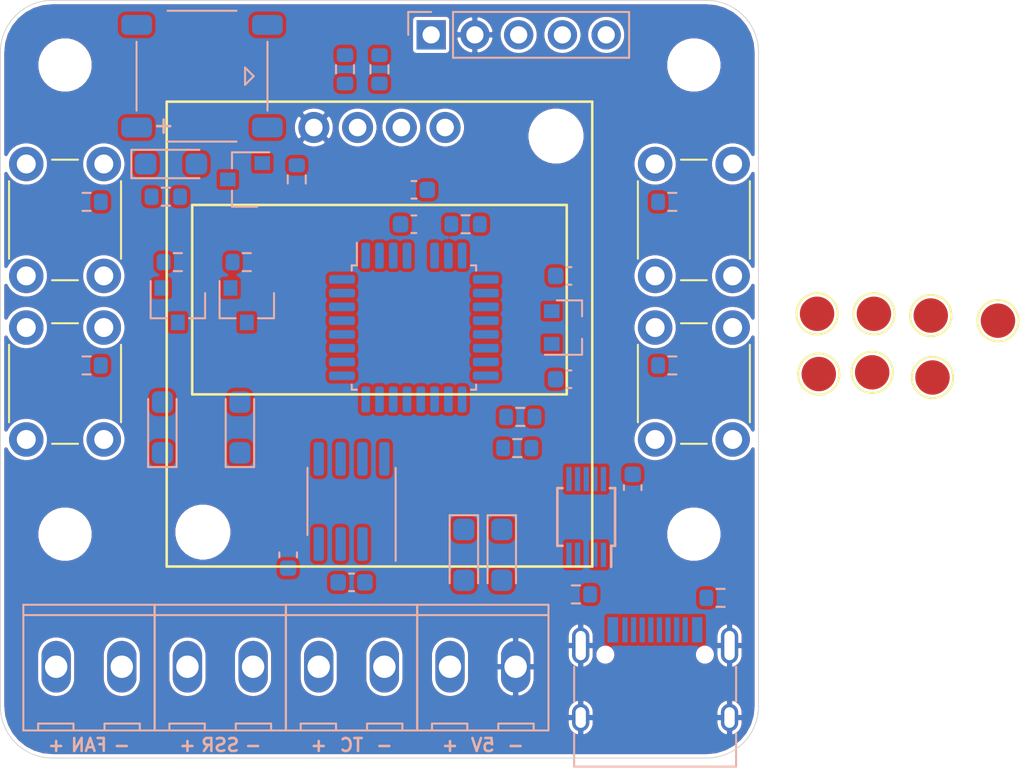
<source format=kicad_pcb>
(kicad_pcb (version 20171130) (host pcbnew 5.1.9)
  (layers (0 F.Cu signal) (31 B.Cu signal) (34 B.Paste user) (35 F.Paste user) (36 B.SilkS user) (37 F.SilkS user) (38 B.Mask user) (39 F.Mask user) (44 Edge.Cuts user))
  (net 0 "")
  (net 1 /BUZZER-)
  (net 2 /BUZZER+)
  (net 3 GND)
  (net 4 /5V)
  (net 5 /3V3)
  (net 6 /T-)
  (net 7 /T+)
  (net 8 /VUSB)
  (net 9 /VIN)
  (net 10 /I2C_SCL)
  (net 11 /I2C_SDA)
  (net 12 /CC1)
  (net 13 /USB_DM)
  (net 14 /USB_DP)
  (net 15 /CC2)
  (net 16 /SWDIO)
  (net 17 /BTN_BACK)
  (net 18 /NRST)
  (net 19 /PWM_BUZZER)
  (net 20 /BTN_UP)
  (net 21 /BTN_DOWN)
  (net 22 /BTN_OK)
  (net 23 /MCU_TXD)
  (net 24 /MCU_RXD)
  (net 25 /SPI_SCK)
  (net 26 /SPI_MISO)
  (net 27 /SPI_CS)
  (net 28 /OUT_SSR-)
  (net 29 /OUT_FAN-)
  (net 30 /OUT_SSR)
  (net 31 /OUT_FAN)
  (module Package_SO:SOIC-8_3.9x4.9mm_P1.27mm (layer B.Cu) (at -1.62 7.1 90)
    (fp_text reference U4 hide)
    (fp_text value MAX31855KASA+T hide)
    (fp_line (start 0 -2.56) (end 1.95 -2.56) (layer B.SilkS) (width 0.12))
    (fp_line (start 0 -2.56) (end -1.95 -2.56) (layer B.SilkS) (width 0.12))
    (fp_line (start 0 2.56) (end 1.95 2.56) (layer B.SilkS) (width 0.12))
    (fp_line (start 0 2.56) (end -3.45 2.56) (layer B.SilkS) (width 0.12))
    (pad 8 smd roundrect (at 2.475 1.905 90) (size 1.95 0.6) (layers B.Cu B.Paste B.Mask))
    (pad 7 smd roundrect (at 2.475 0.635 90) (size 1.95 0.6) (layers B.Cu B.Paste B.Mask) (net 26 /SPI_MISO))
    (pad 6 smd roundrect (at 2.475 -0.635 90) (size 1.95 0.6) (layers B.Cu B.Paste B.Mask) (net 27 /SPI_CS))
    (pad 5 smd roundrect (at 2.475 -1.905 90) (size 1.95 0.6) (layers B.Cu B.Paste B.Mask) (net 25 /SPI_SCK))
    (pad 4 smd roundrect (at -2.475 -1.905 90) (size 1.95 0.6) (layers B.Cu B.Paste B.Mask) (net 5 /3V3))
    (pad 3 smd roundrect (at -2.475 -0.635 90) (size 1.95 0.6) (layers B.Cu B.Paste B.Mask) (net 7 /T+))
    (pad 2 smd roundrect (at -2.475 0.635 90) (size 1.95 0.6) (layers B.Cu B.Paste B.Mask) (net 6 /T-))
    (pad 1 smd roundrect (at -2.475 1.905 90) (size 1.95 0.6) (layers B.Cu B.Paste B.Mask) (net 3 GND))
  )
  (module Package_QFP:LQFP-32_7x7mm_P0.8mm (layer B.Cu) (at 2 -3 270)
    (fp_text reference U3 hide)
    (fp_text value STM32G030K6T6 hide)
    (fp_line (start 3.31 -3.61) (end 3.61 -3.61) (layer B.SilkS) (width 0.12))
    (fp_line (start 3.61 -3.61) (end 3.61 -3.31) (layer B.SilkS) (width 0.12))
    (fp_line (start -3.31 -3.61) (end -3.61 -3.61) (layer B.SilkS) (width 0.12))
    (fp_line (start -3.61 -3.61) (end -3.61 -3.31) (layer B.SilkS) (width 0.12))
    (fp_line (start 3.31 3.61) (end 3.61 3.61) (layer B.SilkS) (width 0.12))
    (fp_line (start 3.61 3.61) (end 3.61 3.31) (layer B.SilkS) (width 0.12))
    (fp_line (start -3.31 3.61) (end -3.61 3.61) (layer B.SilkS) (width 0.12))
    (fp_line (start -3.61 3.61) (end -3.61 3.31) (layer B.SilkS) (width 0.12))
    (fp_line (start -3.61 3.31) (end -4.925 3.31) (layer B.SilkS) (width 0.12))
    (pad 32 smd roundrect (at -2.8 4.175 270) (size 0.5 1.5) (layers B.Cu B.Paste B.Mask))
    (pad 31 smd roundrect (at -2 4.175 270) (size 0.5 1.5) (layers B.Cu B.Paste B.Mask) (net 11 /I2C_SDA))
    (pad 30 smd roundrect (at -1.2 4.175 270) (size 0.5 1.5) (layers B.Cu B.Paste B.Mask) (net 10 /I2C_SCL))
    (pad 29 smd roundrect (at -0.4 4.175 270) (size 0.5 1.5) (layers B.Cu B.Paste B.Mask))
    (pad 28 smd roundrect (at 0.4 4.175 270) (size 0.5 1.5) (layers B.Cu B.Paste B.Mask))
    (pad 27 smd roundrect (at 1.2 4.175 270) (size 0.5 1.5) (layers B.Cu B.Paste B.Mask))
    (pad 26 smd roundrect (at 2 4.175 270) (size 0.5 1.5) (layers B.Cu B.Paste B.Mask))
    (pad 25 smd roundrect (at 2.8 4.175 270) (size 0.5 1.5) (layers B.Cu B.Paste B.Mask) (net 17 /BTN_BACK))
    (pad 24 smd roundrect (at 4.175 2.8 270) (size 1.5 0.5) (layers B.Cu B.Paste B.Mask) (net 16 /SWDIO))
    (pad 23 smd roundrect (at 4.175 2 270) (size 1.5 0.5) (layers B.Cu B.Paste B.Mask) (net 31 /OUT_FAN))
    (pad 22 smd roundrect (at 4.175 1.2 270) (size 1.5 0.5) (layers B.Cu B.Paste B.Mask) (net 30 /OUT_SSR))
    (pad 21 smd roundrect (at 4.175 0.4 270) (size 1.5 0.5) (layers B.Cu B.Paste B.Mask) (net 24 /MCU_RXD))
    (pad 20 smd roundrect (at 4.175 -0.4 270) (size 1.5 0.5) (layers B.Cu B.Paste B.Mask))
    (pad 19 smd roundrect (at 4.175 -1.2 270) (size 1.5 0.5) (layers B.Cu B.Paste B.Mask) (net 23 /MCU_TXD))
    (pad 18 smd roundrect (at 4.175 -2 270) (size 1.5 0.5) (layers B.Cu B.Paste B.Mask) (net 19 /PWM_BUZZER))
    (pad 17 smd roundrect (at 4.175 -2.8 270) (size 1.5 0.5) (layers B.Cu B.Paste B.Mask))
    (pad 16 smd roundrect (at 2.8 -4.175 270) (size 0.5 1.5) (layers B.Cu B.Paste B.Mask))
    (pad 15 smd roundrect (at 2 -4.175 270) (size 0.5 1.5) (layers B.Cu B.Paste B.Mask))
    (pad 14 smd roundrect (at 1.2 -4.175 270) (size 0.5 1.5) (layers B.Cu B.Paste B.Mask) (net 22 /BTN_OK))
    (pad 13 smd roundrect (at 0.4 -4.175 270) (size 0.5 1.5) (layers B.Cu B.Paste B.Mask) (net 26 /SPI_MISO))
    (pad 12 smd roundrect (at -0.4 -4.175 270) (size 0.5 1.5) (layers B.Cu B.Paste B.Mask) (net 25 /SPI_SCK))
    (pad 11 smd roundrect (at -1.2 -4.175 270) (size 0.5 1.5) (layers B.Cu B.Paste B.Mask) (net 27 /SPI_CS))
    (pad 10 smd roundrect (at -2 -4.175 270) (size 0.5 1.5) (layers B.Cu B.Paste B.Mask) (net 5 /3V3))
    (pad 9 smd roundrect (at -2.8 -4.175 270) (size 0.5 1.5) (layers B.Cu B.Paste B.Mask))
    (pad 8 smd roundrect (at -4.175 -2.8 270) (size 1.5 0.5) (layers B.Cu B.Paste B.Mask) (net 20 /BTN_UP))
    (pad 7 smd roundrect (at -4.175 -2 270) (size 1.5 0.5) (layers B.Cu B.Paste B.Mask) (net 21 /BTN_DOWN))
    (pad 6 smd roundrect (at -4.175 -1.2 270) (size 1.5 0.5) (layers B.Cu B.Paste B.Mask) (net 18 /NRST))
    (pad 5 smd roundrect (at -4.175 -0.4 270) (size 1.5 0.5) (layers B.Cu B.Paste B.Mask) (net 3 GND))
    (pad 4 smd roundrect (at -4.175 0.4 270) (size 1.5 0.5) (layers B.Cu B.Paste B.Mask) (net 5 /3V3))
    (pad 3 smd roundrect (at -4.175 1.2 270) (size 1.5 0.5) (layers B.Cu B.Paste B.Mask))
    (pad 2 smd roundrect (at -4.175 2 270) (size 1.5 0.5) (layers B.Cu B.Paste B.Mask))
    (pad 1 smd roundrect (at -4.175 2.8 270) (size 1.5 0.5) (layers B.Cu B.Paste B.Mask))
  )
  (module Package_SO:MSOP-10_3x3mm_P0.5mm (layer B.Cu) (at 12 8 90)
    (fp_text reference U2 hide)
    (fp_text value CH340E hide)
    (fp_line (start -1.675 1.675) (end -1.675 1.45) (layer B.SilkS) (width 0.15))
    (fp_line (start 1.675 1.675) (end 1.675 1.375) (layer B.SilkS) (width 0.15))
    (fp_line (start 1.675 -1.675) (end 1.675 -1.375) (layer B.SilkS) (width 0.15))
    (fp_line (start -1.675 -1.675) (end -1.675 -1.375) (layer B.SilkS) (width 0.15))
    (fp_line (start -1.675 1.675) (end 1.675 1.675) (layer B.SilkS) (width 0.15))
    (fp_line (start -1.675 -1.675) (end 1.675 -1.675) (layer B.SilkS) (width 0.15))
    (fp_line (start -1.675 1.45) (end -2.9 1.45) (layer B.SilkS) (width 0.15))
    (pad 10 smd rect (at 2.2 1 90) (size 1.4 0.3) (layers B.Cu B.Paste B.Mask) (net 5 /3V3))
    (pad 9 smd rect (at 2.2 0.5 90) (size 1.4 0.3) (layers B.Cu B.Paste B.Mask) (net 23 /MCU_TXD))
    (pad 8 smd rect (at 2.2 0 90) (size 1.4 0.3) (layers B.Cu B.Paste B.Mask) (net 24 /MCU_RXD))
    (pad 7 smd rect (at 2.2 -0.5 90) (size 1.4 0.3) (layers B.Cu B.Paste B.Mask) (net 5 /3V3))
    (pad 6 smd rect (at 2.2 -1 90) (size 1.4 0.3) (layers B.Cu B.Paste B.Mask))
    (pad 5 smd rect (at -2.2 -1 90) (size 1.4 0.3) (layers B.Cu B.Paste B.Mask))
    (pad 4 smd rect (at -2.2 -0.5 90) (size 1.4 0.3) (layers B.Cu B.Paste B.Mask))
    (pad 3 smd rect (at -2.2 0 90) (size 1.4 0.3) (layers B.Cu B.Paste B.Mask) (net 3 GND))
    (pad 2 smd rect (at -2.2 0.5 90) (size 1.4 0.3) (layers B.Cu B.Paste B.Mask) (net 13 /USB_DM))
    (pad 1 smd rect (at -2.2 1 90) (size 1.4 0.3) (layers B.Cu B.Paste B.Mask) (net 14 /USB_DP))
  )
  (module Package_TO_SOT_SMD:SOT-23 (layer B.Cu) (at 11 -3)
    (fp_text reference U1 hide)
    (fp_text value AP7333-33SAG-7 hide)
    (fp_line (start 0.76 -1.58) (end 0.76 -0.65) (layer B.SilkS) (width 0.12))
    (fp_line (start 0.76 1.58) (end 0.76 0.65) (layer B.SilkS) (width 0.12))
    (fp_line (start 0.76 1.58) (end -1.4 1.58) (layer B.SilkS) (width 0.12))
    (fp_line (start 0.76 -1.58) (end -0.7 -1.58) (layer B.SilkS) (width 0.12))
    (pad 3 smd rect (at 1 0) (size 0.9 0.8) (layers B.Cu B.Paste B.Mask) (net 3 GND))
    (pad 2 smd rect (at -1 -0.95) (size 0.9 0.8) (layers B.Cu B.Paste B.Mask) (net 5 /3V3))
    (pad 1 smd rect (at -1 0.95) (size 0.9 0.8) (layers B.Cu B.Paste B.Mask) (net 4 /5V))
  )
  (module TestPoint:TestPoint_Pad_D2.0mm (layer F.Cu) (at 32.1 -0.1)
    (fp_text reference TP7 hide)
    (fp_text value SDA hide)
    (fp_circle (center 0 0) (end 0 1.2) (layer F.SilkS) (width 0.12))
    (pad 1 smd circle (at 0 0) (size 2 2) (layers F.Cu F.Mask) (net 11 /I2C_SDA))
  )
  (module TestPoint:TestPoint_Pad_D2.0mm (layer F.Cu) (at 32 -3.7)
    (fp_text reference TP6 hide)
    (fp_text value SCL hide)
    (fp_circle (center 0 0) (end 0 1.2) (layer F.SilkS) (width 0.12))
    (pad 1 smd circle (at 0 0) (size 2 2) (layers F.Cu F.Mask) (net 10 /I2C_SCL))
  )
  (module TestPoint:TestPoint_Pad_D2.0mm (layer F.Cu) (at 28.7 -3.8)
    (fp_text reference TP5 hide)
    (fp_text value MISO hide)
    (fp_circle (center 0 0) (end 0 1.2) (layer F.SilkS) (width 0.12))
    (pad 1 smd circle (at 0 0) (size 2 2) (layers F.Cu F.Mask) (net 26 /SPI_MISO))
  )
  (module TestPoint:TestPoint_Pad_D2.0mm (layer F.Cu) (at 25.4 -3.8)
    (fp_text reference TP4 hide)
    (fp_text value SCK hide)
    (fp_circle (center 0 0) (end 0 1.2) (layer F.SilkS) (width 0.12))
    (pad 1 smd circle (at 0 0) (size 2 2) (layers F.Cu F.Mask) (net 25 /SPI_SCK))
  )
  (module TestPoint:TestPoint_Pad_D2.0mm (layer F.Cu) (at 28.6 -0.4)
    (fp_text reference TP3 hide)
    (fp_text value RXD hide)
    (fp_circle (center 0 0) (end 0 1.2) (layer F.SilkS) (width 0.12))
    (pad 1 smd circle (at 0 0) (size 2 2) (layers F.Cu F.Mask) (net 24 /MCU_RXD))
  )
  (module TestPoint:TestPoint_Pad_D2.0mm (layer F.Cu) (at 35.9 -3.4)
    (fp_text reference TP2 hide)
    (fp_text value TXD hide)
    (fp_circle (center 0 0) (end 0 1.2) (layer F.SilkS) (width 0.12))
    (pad 1 smd circle (at 0 0) (size 2 2) (layers F.Cu F.Mask) (net 23 /MCU_TXD))
  )
  (module TestPoint:TestPoint_Pad_D2.0mm (layer F.Cu) (at 25.5 -0.3)
    (fp_text reference TP1 hide)
    (fp_text value 3V3 hide)
    (fp_circle (center 0 0) (end 0 1.2) (layer F.SilkS) (width 0.12))
    (pad 1 smd circle (at 0 0) (size 2 2) (layers F.Cu F.Mask) (net 5 /3V3))
  )
  (module Button_Switch_THT:SW_PUSH_6mm_H9.5mm (layer F.Cu) (at 16 3.5 90)
    (fp_text reference SW4 hide)
    (fp_text value BACK hide)
    (fp_line (start 1 5.5) (end 5.5 5.5) (layer F.SilkS) (width 0.12))
    (fp_line (start -0.25 1.5) (end -0.25 3) (layer F.SilkS) (width 0.12))
    (fp_line (start 5.5 -1) (end 1 -1) (layer F.SilkS) (width 0.12))
    (fp_line (start 6.75 3) (end 6.75 1.5) (layer F.SilkS) (width 0.12))
    (pad 1 thru_hole circle (at 6.5 0 180) (size 2 2) (drill 1.1) (layers *.Cu *.Mask) (net 17 /BTN_BACK))
    (pad 2 thru_hole circle (at 6.5 4.5 180) (size 2 2) (drill 1.1) (layers *.Cu *.Mask) (net 5 /3V3))
    (pad 1 thru_hole circle (at 0 0 180) (size 2 2) (drill 1.1) (layers *.Cu *.Mask) (net 17 /BTN_BACK))
    (pad 2 thru_hole circle (at 0 4.5 180) (size 2 2) (drill 1.1) (layers *.Cu *.Mask) (net 5 /3V3))
  )
  (module Button_Switch_THT:SW_PUSH_6mm_H9.5mm (layer F.Cu) (at 16 -6 90)
    (fp_text reference SW3 hide)
    (fp_text value OK hide)
    (fp_line (start 1 5.5) (end 5.5 5.5) (layer F.SilkS) (width 0.12))
    (fp_line (start -0.25 1.5) (end -0.25 3) (layer F.SilkS) (width 0.12))
    (fp_line (start 5.5 -1) (end 1 -1) (layer F.SilkS) (width 0.12))
    (fp_line (start 6.75 3) (end 6.75 1.5) (layer F.SilkS) (width 0.12))
    (pad 1 thru_hole circle (at 6.5 0 180) (size 2 2) (drill 1.1) (layers *.Cu *.Mask) (net 22 /BTN_OK))
    (pad 2 thru_hole circle (at 6.5 4.5 180) (size 2 2) (drill 1.1) (layers *.Cu *.Mask) (net 5 /3V3))
    (pad 1 thru_hole circle (at 0 0 180) (size 2 2) (drill 1.1) (layers *.Cu *.Mask) (net 22 /BTN_OK))
    (pad 2 thru_hole circle (at 0 4.5 180) (size 2 2) (drill 1.1) (layers *.Cu *.Mask) (net 5 /3V3))
  )
  (module Button_Switch_THT:SW_PUSH_6mm_H9.5mm (layer F.Cu) (at -16 -3 270)
    (fp_text reference SW2 hide)
    (fp_text value DOWN hide)
    (fp_line (start 1 5.5) (end 5.5 5.5) (layer F.SilkS) (width 0.12))
    (fp_line (start -0.25 1.5) (end -0.25 3) (layer F.SilkS) (width 0.12))
    (fp_line (start 5.5 -1) (end 1 -1) (layer F.SilkS) (width 0.12))
    (fp_line (start 6.75 3) (end 6.75 1.5) (layer F.SilkS) (width 0.12))
    (pad 1 thru_hole circle (at 6.5 0) (size 2 2) (drill 1.1) (layers *.Cu *.Mask) (net 21 /BTN_DOWN))
    (pad 2 thru_hole circle (at 6.5 4.5) (size 2 2) (drill 1.1) (layers *.Cu *.Mask) (net 5 /3V3))
    (pad 1 thru_hole circle (at 0 0) (size 2 2) (drill 1.1) (layers *.Cu *.Mask) (net 21 /BTN_DOWN))
    (pad 2 thru_hole circle (at 0 4.5) (size 2 2) (drill 1.1) (layers *.Cu *.Mask) (net 5 /3V3))
  )
  (module Button_Switch_THT:SW_PUSH_6mm_H9.5mm (layer F.Cu) (at -16 -12.5 270)
    (fp_text reference SW1 hide)
    (fp_text value UP hide)
    (fp_line (start 1 5.5) (end 5.5 5.5) (layer F.SilkS) (width 0.12))
    (fp_line (start -0.25 1.5) (end -0.25 3) (layer F.SilkS) (width 0.12))
    (fp_line (start 5.5 -1) (end 1 -1) (layer F.SilkS) (width 0.12))
    (fp_line (start 6.75 3) (end 6.75 1.5) (layer F.SilkS) (width 0.12))
    (pad 1 thru_hole circle (at 6.5 0) (size 2 2) (drill 1.1) (layers *.Cu *.Mask) (net 20 /BTN_UP))
    (pad 2 thru_hole circle (at 6.5 4.5) (size 2 2) (drill 1.1) (layers *.Cu *.Mask) (net 5 /3V3))
    (pad 1 thru_hole circle (at 0 0) (size 2 2) (drill 1.1) (layers *.Cu *.Mask) (net 20 /BTN_UP))
    (pad 2 thru_hole circle (at 0 4.5) (size 2 2) (drill 1.1) (layers *.Cu *.Mask) (net 5 /3V3))
  )
  (module Resistor_SMD:R_0603_1608Metric (layer B.Cu) (at -12.4 -10.6 180)
    (fp_text reference R15 hide)
    (fp_text value 100 hide)
    (fp_line (start -0.237258 0.5225) (end 0.237258 0.5225) (layer B.SilkS) (width 0.12))
    (fp_line (start -0.237258 -0.5225) (end 0.237258 -0.5225) (layer B.SilkS) (width 0.12))
    (pad 2 smd roundrect (at 0.825 0 180) (size 0.8 0.95) (layers B.Cu B.Paste B.Mask) (net 2 /BUZZER+))
    (pad 1 smd roundrect (at -0.825 0 180) (size 0.8 0.95) (layers B.Cu B.Paste B.Mask) (net 4 /5V))
  )
  (module Resistor_SMD:R_0603_1608Metric (layer B.Cu) (at -4.8 -11.6 270)
    (fp_text reference R14 hide)
    (fp_text value 5K1 hide)
    (fp_line (start -0.237258 0.5225) (end 0.237258 0.5225) (layer B.SilkS) (width 0.12))
    (fp_line (start -0.237258 -0.5225) (end 0.237258 -0.5225) (layer B.SilkS) (width 0.12))
    (pad 2 smd roundrect (at 0.825 0 270) (size 0.8 0.95) (layers B.Cu B.Paste B.Mask) (net 3 GND))
    (pad 1 smd roundrect (at -0.825 0 270) (size 0.8 0.95) (layers B.Cu B.Paste B.Mask) (net 19 /PWM_BUZZER))
  )
  (module Resistor_SMD:R_0603_1608Metric (layer B.Cu) (at -11.7 -6.8)
    (fp_text reference R13 hide)
    (fp_text value 5K1 hide)
    (fp_line (start -0.237258 0.5225) (end 0.237258 0.5225) (layer B.SilkS) (width 0.12))
    (fp_line (start -0.237258 -0.5225) (end 0.237258 -0.5225) (layer B.SilkS) (width 0.12))
    (pad 2 smd roundrect (at 0.825 0) (size 0.8 0.95) (layers B.Cu B.Paste B.Mask) (net 3 GND))
    (pad 1 smd roundrect (at -0.825 0) (size 0.8 0.95) (layers B.Cu B.Paste B.Mask) (net 31 /OUT_FAN))
  )
  (module Resistor_SMD:R_0603_1608Metric (layer B.Cu) (at -7.7 -6.8)
    (fp_text reference R12 hide)
    (fp_text value 5K1 hide)
    (fp_line (start -0.237258 0.5225) (end 0.237258 0.5225) (layer B.SilkS) (width 0.12))
    (fp_line (start -0.237258 -0.5225) (end 0.237258 -0.5225) (layer B.SilkS) (width 0.12))
    (pad 2 smd roundrect (at 0.825 0) (size 0.8 0.95) (layers B.Cu B.Paste B.Mask) (net 3 GND))
    (pad 1 smd roundrect (at -0.825 0) (size 0.8 0.95) (layers B.Cu B.Paste B.Mask) (net 30 /OUT_SSR))
  )
  (module Resistor_SMD:R_0603_1608Metric (layer B.Cu) (at 8 4)
    (fp_text reference R11 hide)
    (fp_text value DNP hide)
    (fp_line (start -0.237258 0.5225) (end 0.237258 0.5225) (layer B.SilkS) (width 0.12))
    (fp_line (start -0.237258 -0.5225) (end 0.237258 -0.5225) (layer B.SilkS) (width 0.12))
    (pad 2 smd roundrect (at 0.825 0) (size 0.8 0.95) (layers B.Cu B.Paste B.Mask) (net 24 /MCU_RXD))
    (pad 1 smd roundrect (at -0.825 0) (size 0.8 0.95) (layers B.Cu B.Paste B.Mask) (net 5 /3V3))
  )
  (module Resistor_SMD:R_0603_1608Metric (layer B.Cu) (at 8.175 2.19)
    (fp_text reference R10 hide)
    (fp_text value DNP hide)
    (fp_line (start -0.237258 0.5225) (end 0.237258 0.5225) (layer B.SilkS) (width 0.12))
    (fp_line (start -0.237258 -0.5225) (end 0.237258 -0.5225) (layer B.SilkS) (width 0.12))
    (pad 2 smd roundrect (at 0.825 0) (size 0.8 0.95) (layers B.Cu B.Paste B.Mask) (net 23 /MCU_TXD))
    (pad 1 smd roundrect (at -0.825 0) (size 0.8 0.95) (layers B.Cu B.Paste B.Mask) (net 5 /3V3))
  )
  (module Resistor_SMD:R_0603_1608Metric (layer B.Cu) (at 5 -9)
    (fp_text reference R9 hide)
    (fp_text value 5K1 hide)
    (fp_line (start -0.237258 0.5225) (end 0.237258 0.5225) (layer B.SilkS) (width 0.12))
    (fp_line (start -0.237258 -0.5225) (end 0.237258 -0.5225) (layer B.SilkS) (width 0.12))
    (pad 2 smd roundrect (at 0.825 0) (size 0.8 0.95) (layers B.Cu B.Paste B.Mask) (net 5 /3V3))
    (pad 1 smd roundrect (at -0.825 0) (size 0.8 0.95) (layers B.Cu B.Paste B.Mask) (net 18 /NRST))
  )
  (module Resistor_SMD:R_0603_1608Metric (layer B.Cu) (at 17 -0.8)
    (fp_text reference R8 hide)
    (fp_text value 5K1 hide)
    (fp_line (start -0.237258 0.5225) (end 0.237258 0.5225) (layer B.SilkS) (width 0.12))
    (fp_line (start -0.237258 -0.5225) (end 0.237258 -0.5225) (layer B.SilkS) (width 0.12))
    (pad 2 smd roundrect (at 0.825 0) (size 0.8 0.95) (layers B.Cu B.Paste B.Mask) (net 3 GND))
    (pad 1 smd roundrect (at -0.825 0) (size 0.8 0.95) (layers B.Cu B.Paste B.Mask) (net 17 /BTN_BACK))
  )
  (module Resistor_SMD:R_0603_1608Metric (layer B.Cu) (at 19.8 12.7)
    (fp_text reference R7 hide)
    (fp_text value 5K1 hide)
    (fp_line (start -0.237258 0.5225) (end 0.237258 0.5225) (layer B.SilkS) (width 0.12))
    (fp_line (start -0.237258 -0.5225) (end 0.237258 -0.5225) (layer B.SilkS) (width 0.12))
    (pad 2 smd roundrect (at 0.825 0) (size 0.8 0.95) (layers B.Cu B.Paste B.Mask) (net 3 GND))
    (pad 1 smd roundrect (at -0.825 0) (size 0.8 0.95) (layers B.Cu B.Paste B.Mask) (net 12 /CC1))
  )
  (module Resistor_SMD:R_0603_1608Metric (layer B.Cu) (at 0 -18 270)
    (fp_text reference R6 hide)
    (fp_text value DNP hide)
    (fp_line (start -0.237258 0.5225) (end 0.237258 0.5225) (layer B.SilkS) (width 0.12))
    (fp_line (start -0.237258 -0.5225) (end 0.237258 -0.5225) (layer B.SilkS) (width 0.12))
    (pad 2 smd roundrect (at 0.825 0 270) (size 0.8 0.95) (layers B.Cu B.Paste B.Mask) (net 11 /I2C_SDA))
    (pad 1 smd roundrect (at -0.825 0 270) (size 0.8 0.95) (layers B.Cu B.Paste B.Mask) (net 5 /3V3))
  )
  (module Resistor_SMD:R_0603_1608Metric (layer B.Cu) (at 11.4 12.5 180)
    (fp_text reference R5 hide)
    (fp_text value 5K1 hide)
    (fp_line (start -0.237258 0.5225) (end 0.237258 0.5225) (layer B.SilkS) (width 0.12))
    (fp_line (start -0.237258 -0.5225) (end 0.237258 -0.5225) (layer B.SilkS) (width 0.12))
    (pad 2 smd roundrect (at 0.825 0 180) (size 0.8 0.95) (layers B.Cu B.Paste B.Mask) (net 3 GND))
    (pad 1 smd roundrect (at -0.825 0 180) (size 0.8 0.95) (layers B.Cu B.Paste B.Mask) (net 15 /CC2))
  )
  (module Resistor_SMD:R_0603_1608Metric (layer B.Cu) (at 17 -10.3)
    (fp_text reference R4 hide)
    (fp_text value 5K1 hide)
    (fp_line (start -0.237258 0.5225) (end 0.237258 0.5225) (layer B.SilkS) (width 0.12))
    (fp_line (start -0.237258 -0.5225) (end 0.237258 -0.5225) (layer B.SilkS) (width 0.12))
    (pad 2 smd roundrect (at 0.825 0) (size 0.8 0.95) (layers B.Cu B.Paste B.Mask) (net 3 GND))
    (pad 1 smd roundrect (at -0.825 0) (size 0.8 0.95) (layers B.Cu B.Paste B.Mask) (net 22 /BTN_OK))
  )
  (module Resistor_SMD:R_0603_1608Metric (layer B.Cu) (at -2 -18 270)
    (fp_text reference R3 hide)
    (fp_text value DNP hide)
    (fp_line (start -0.237258 0.5225) (end 0.237258 0.5225) (layer B.SilkS) (width 0.12))
    (fp_line (start -0.237258 -0.5225) (end 0.237258 -0.5225) (layer B.SilkS) (width 0.12))
    (pad 2 smd roundrect (at 0.825 0 270) (size 0.8 0.95) (layers B.Cu B.Paste B.Mask) (net 10 /I2C_SCL))
    (pad 1 smd roundrect (at -0.825 0 270) (size 0.8 0.95) (layers B.Cu B.Paste B.Mask) (net 5 /3V3))
  )
  (module Resistor_SMD:R_0603_1608Metric (layer B.Cu) (at -17 -0.8 180)
    (fp_text reference R2 hide)
    (fp_text value 5K1 hide)
    (fp_line (start -0.237258 0.5225) (end 0.237258 0.5225) (layer B.SilkS) (width 0.12))
    (fp_line (start -0.237258 -0.5225) (end 0.237258 -0.5225) (layer B.SilkS) (width 0.12))
    (pad 2 smd roundrect (at 0.825 0 180) (size 0.8 0.95) (layers B.Cu B.Paste B.Mask) (net 3 GND))
    (pad 1 smd roundrect (at -0.825 0 180) (size 0.8 0.95) (layers B.Cu B.Paste B.Mask) (net 21 /BTN_DOWN))
  )
  (module Resistor_SMD:R_0603_1608Metric (layer B.Cu) (at -17 -10.3 180)
    (fp_text reference R1 hide)
    (fp_text value 5K1 hide)
    (fp_line (start -0.237258 0.5225) (end 0.237258 0.5225) (layer B.SilkS) (width 0.12))
    (fp_line (start -0.237258 -0.5225) (end 0.237258 -0.5225) (layer B.SilkS) (width 0.12))
    (pad 2 smd roundrect (at 0.825 0 180) (size 0.8 0.95) (layers B.Cu B.Paste B.Mask) (net 3 GND))
    (pad 1 smd roundrect (at -0.825 0 180) (size 0.8 0.95) (layers B.Cu B.Paste B.Mask) (net 20 /BTN_UP))
  )
  (module Package_TO_SOT_SMD:SOT-23 (layer B.Cu) (at -7.8 -11.6 180)
    (fp_text reference Q3 hide)
    (fp_text value BSS138P hide)
    (fp_line (start 0.76 -1.58) (end 0.76 -0.65) (layer B.SilkS) (width 0.12))
    (fp_line (start 0.76 1.58) (end 0.76 0.65) (layer B.SilkS) (width 0.12))
    (fp_line (start 0.76 1.58) (end -1.4 1.58) (layer B.SilkS) (width 0.12))
    (fp_line (start 0.76 -1.58) (end -0.7 -1.58) (layer B.SilkS) (width 0.12))
    (pad 3 smd rect (at 1 0 180) (size 0.9 0.8) (layers B.Cu B.Paste B.Mask) (net 1 /BUZZER-))
    (pad 2 smd rect (at -1 -0.95 180) (size 0.9 0.8) (layers B.Cu B.Paste B.Mask) (net 3 GND))
    (pad 1 smd rect (at -1 0.95 180) (size 0.9 0.8) (layers B.Cu B.Paste B.Mask) (net 19 /PWM_BUZZER))
  )
  (module Package_TO_SOT_SMD:SOT-23 (layer B.Cu) (at -11.7 -4.3 270)
    (fp_text reference Q2 hide)
    (fp_text value BSS138P hide)
    (fp_line (start 0.76 -1.58) (end 0.76 -0.65) (layer B.SilkS) (width 0.12))
    (fp_line (start 0.76 1.58) (end 0.76 0.65) (layer B.SilkS) (width 0.12))
    (fp_line (start 0.76 1.58) (end -1.4 1.58) (layer B.SilkS) (width 0.12))
    (fp_line (start 0.76 -1.58) (end -0.7 -1.58) (layer B.SilkS) (width 0.12))
    (pad 3 smd rect (at 1 0 270) (size 0.9 0.8) (layers B.Cu B.Paste B.Mask) (net 29 /OUT_FAN-))
    (pad 2 smd rect (at -1 -0.95 270) (size 0.9 0.8) (layers B.Cu B.Paste B.Mask) (net 3 GND))
    (pad 1 smd rect (at -1 0.95 270) (size 0.9 0.8) (layers B.Cu B.Paste B.Mask) (net 31 /OUT_FAN))
  )
  (module Package_TO_SOT_SMD:SOT-23 (layer B.Cu) (at -7.7 -4.3 270)
    (fp_text reference Q1 hide)
    (fp_text value BSS138P hide)
    (fp_line (start 0.76 -1.58) (end 0.76 -0.65) (layer B.SilkS) (width 0.12))
    (fp_line (start 0.76 1.58) (end 0.76 0.65) (layer B.SilkS) (width 0.12))
    (fp_line (start 0.76 1.58) (end -1.4 1.58) (layer B.SilkS) (width 0.12))
    (fp_line (start 0.76 -1.58) (end -0.7 -1.58) (layer B.SilkS) (width 0.12))
    (pad 3 smd rect (at 1 0 270) (size 0.9 0.8) (layers B.Cu B.Paste B.Mask) (net 28 /OUT_SSR-))
    (pad 2 smd rect (at -1 -0.95 270) (size 0.9 0.8) (layers B.Cu B.Paste B.Mask) (net 3 GND))
    (pad 1 smd rect (at -1 0.95 270) (size 0.9 0.8) (layers B.Cu B.Paste B.Mask) (net 30 /OUT_SSR))
  )
  (module _AKL_Connector:WJ124-3.81-2P (layer B.Cu) (at -16.86 16.7 180)
    (fp_text reference J6 hide)
    (fp_text value S2 hide)
    (fp_line (start -3.81 3.6) (end 3.81 3.6) (layer B.SilkS) (width 0.12))
    (fp_line (start 3.81 -3.7) (end 3.81 3.6) (layer B.SilkS) (width 0.12))
    (fp_line (start 3.81 -3.7) (end -3.81 -3.7) (layer B.SilkS) (width 0.12))
    (fp_line (start -3.81 -3.7) (end -3.81 3.6) (layer B.SilkS) (width 0.12))
    (fp_line (start -3.8 3) (end 3.8 3) (layer B.SilkS) (width 0.12))
    (fp_line (start -2.95 -3.3) (end -0.9 -3.3) (layer B.SilkS) (width 0.12))
    (fp_line (start 2.95 -3.3) (end 0.9 -3.3) (layer B.SilkS) (width 0.12))
    (fp_line (start 2.95 -3.3) (end 2.95 -3.7) (layer B.SilkS) (width 0.12))
    (fp_line (start 0.9 -3.3) (end 0.9 -3.7) (layer B.SilkS) (width 0.12))
    (fp_line (start -2.95 -3.3) (end -2.95 -3.7) (layer B.SilkS) (width 0.12))
    (fp_line (start -0.9 -3.3) (end -0.9 -3.7) (layer B.SilkS) (width 0.12))
    (pad 2 thru_hole oval (at 1.905 0 90) (size 3 1.7) (drill 1.3) (layers *.Cu *.Mask) (net 4 /5V))
    (pad 1 thru_hole oval (at -1.905 0 90) (size 3 1.7) (drill 1.3) (layers *.Cu *.Mask) (net 29 /OUT_FAN-))
  )
  (module _AKL_Connector:WJ124-3.81-2P (layer B.Cu) (at -9.24 16.7 180)
    (fp_text reference J5 hide)
    (fp_text value S1 hide)
    (fp_line (start -3.81 3.6) (end 3.81 3.6) (layer B.SilkS) (width 0.12))
    (fp_line (start 3.81 -3.7) (end 3.81 3.6) (layer B.SilkS) (width 0.12))
    (fp_line (start 3.81 -3.7) (end -3.81 -3.7) (layer B.SilkS) (width 0.12))
    (fp_line (start -3.81 -3.7) (end -3.81 3.6) (layer B.SilkS) (width 0.12))
    (fp_line (start -3.8 3) (end 3.8 3) (layer B.SilkS) (width 0.12))
    (fp_line (start -2.95 -3.3) (end -0.9 -3.3) (layer B.SilkS) (width 0.12))
    (fp_line (start 2.95 -3.3) (end 0.9 -3.3) (layer B.SilkS) (width 0.12))
    (fp_line (start 2.95 -3.3) (end 2.95 -3.7) (layer B.SilkS) (width 0.12))
    (fp_line (start 0.9 -3.3) (end 0.9 -3.7) (layer B.SilkS) (width 0.12))
    (fp_line (start -2.95 -3.3) (end -2.95 -3.7) (layer B.SilkS) (width 0.12))
    (fp_line (start -0.9 -3.3) (end -0.9 -3.7) (layer B.SilkS) (width 0.12))
    (pad 2 thru_hole oval (at 1.905 0 90) (size 3 1.7) (drill 1.3) (layers *.Cu *.Mask) (net 4 /5V))
    (pad 1 thru_hole oval (at -1.905 0 90) (size 3 1.7) (drill 1.3) (layers *.Cu *.Mask) (net 28 /OUT_SSR-))
  )
  (module _AKL_Connector:WJ124-3.81-2P (layer B.Cu) (at -1.62 16.7 180)
    (fp_text reference J4 hide)
    (fp_text value TC hide)
    (fp_line (start -3.81 3.6) (end 3.81 3.6) (layer B.SilkS) (width 0.12))
    (fp_line (start 3.81 -3.7) (end 3.81 3.6) (layer B.SilkS) (width 0.12))
    (fp_line (start 3.81 -3.7) (end -3.81 -3.7) (layer B.SilkS) (width 0.12))
    (fp_line (start -3.81 -3.7) (end -3.81 3.6) (layer B.SilkS) (width 0.12))
    (fp_line (start -3.8 3) (end 3.8 3) (layer B.SilkS) (width 0.12))
    (fp_line (start -2.95 -3.3) (end -0.9 -3.3) (layer B.SilkS) (width 0.12))
    (fp_line (start 2.95 -3.3) (end 0.9 -3.3) (layer B.SilkS) (width 0.12))
    (fp_line (start 2.95 -3.3) (end 2.95 -3.7) (layer B.SilkS) (width 0.12))
    (fp_line (start 0.9 -3.3) (end 0.9 -3.7) (layer B.SilkS) (width 0.12))
    (fp_line (start -2.95 -3.3) (end -2.95 -3.7) (layer B.SilkS) (width 0.12))
    (fp_line (start -0.9 -3.3) (end -0.9 -3.7) (layer B.SilkS) (width 0.12))
    (pad 2 thru_hole oval (at 1.905 0 90) (size 3 1.7) (drill 1.3) (layers *.Cu *.Mask) (net 7 /T+))
    (pad 1 thru_hole oval (at -1.905 0 90) (size 3 1.7) (drill 1.3) (layers *.Cu *.Mask) (net 6 /T-))
  )
  (module Connector_PinHeader_2.54mm:PinHeader_1x05_P2.54mm_Vertical (layer B.Cu) (at 3 -20 270)
    (fp_text reference J3 hide)
    (fp_text value Debug hide)
    (fp_line (start -1.33 -11.49) (end 1.33 -11.49) (layer B.SilkS) (width 0.12))
    (fp_line (start -1.33 -1.27) (end -1.33 -11.49) (layer B.SilkS) (width 0.12))
    (fp_line (start 1.33 -1.27) (end 1.33 -11.49) (layer B.SilkS) (width 0.12))
    (fp_line (start -1.33 -1.27) (end 1.33 -1.27) (layer B.SilkS) (width 0.12))
    (fp_line (start -1.33 0) (end -1.33 1.33) (layer B.SilkS) (width 0.12))
    (fp_line (start -1.33 1.33) (end 0 1.33) (layer B.SilkS) (width 0.12))
    (pad 5 thru_hole oval (at 0 -10.16 270) (size 1.7 1.7) (drill 1) (layers *.Cu *.Mask) (net 16 /SWDIO))
    (pad 4 thru_hole oval (at 0 -7.62 270) (size 1.7 1.7) (drill 1) (layers *.Cu *.Mask) (net 17 /BTN_BACK))
    (pad 3 thru_hole oval (at 0 -5.08 270) (size 1.7 1.7) (drill 1) (layers *.Cu *.Mask) (net 18 /NRST))
    (pad 2 thru_hole oval (at 0 -2.54 270) (size 1.7 1.7) (drill 1) (layers *.Cu *.Mask) (net 3 GND))
    (pad 1 thru_hole rect (at 0 0 270) (size 1.7 1.7) (drill 1) (layers *.Cu *.Mask) (net 5 /3V3))
  )
  (module Connector_USB:USB_C_Receptacle_HRO_TYPE-C-31-M-12 (layer B.Cu) (at 16 18.6 180)
    (fp_text reference J2 hide)
    (fp_text value TYPE-C-31-M-12 hide)
    (fp_line (start -4.7 -2) (end -4.7 -3.9) (layer B.SilkS) (width 0.12))
    (fp_line (start -4.7 1.9) (end -4.7 -0.1) (layer B.SilkS) (width 0.12))
    (fp_line (start 4.7 -2) (end 4.7 -3.9) (layer B.SilkS) (width 0.12))
    (fp_line (start 4.7 1.9) (end 4.7 -0.1) (layer B.SilkS) (width 0.12))
    (fp_line (start -4.7 -3.9) (end 4.7 -3.9) (layer B.SilkS) (width 0.12))
    (pad B1 smd rect (at 3.25 4.045 180) (size 0.6 1.45) (layers B.Cu B.Paste B.Mask) (net 3 GND))
    (pad A9 smd rect (at 2.45 4.045 180) (size 0.6 1.45) (layers B.Cu B.Paste B.Mask) (net 8 /VUSB))
    (pad B9 smd rect (at -2.45 4.045 180) (size 0.6 1.45) (layers B.Cu B.Paste B.Mask) (net 8 /VUSB))
    (pad B12 smd rect (at -3.25 4.045 180) (size 0.6 1.45) (layers B.Cu B.Paste B.Mask) (net 3 GND))
    (pad A1 smd rect (at -3.25 4.045 180) (size 0.6 1.45) (layers B.Cu B.Paste B.Mask) (net 3 GND))
    (pad A4 smd rect (at -2.45 4.045 180) (size 0.6 1.45) (layers B.Cu B.Paste B.Mask) (net 8 /VUSB))
    (pad B4 smd rect (at 2.45 4.045 180) (size 0.6 1.45) (layers B.Cu B.Paste B.Mask) (net 8 /VUSB))
    (pad A12 smd rect (at 3.25 4.045 180) (size 0.6 1.45) (layers B.Cu B.Paste B.Mask) (net 3 GND))
    (pad B8 smd rect (at -1.75 4.045 180) (size 0.3 1.45) (layers B.Cu B.Paste B.Mask))
    (pad A5 smd rect (at -1.25 4.045 180) (size 0.3 1.45) (layers B.Cu B.Paste B.Mask) (net 12 /CC1))
    (pad B7 smd rect (at -0.75 4.045 180) (size 0.3 1.45) (layers B.Cu B.Paste B.Mask) (net 13 /USB_DM))
    (pad A7 smd rect (at 0.25 4.045 180) (size 0.3 1.45) (layers B.Cu B.Paste B.Mask) (net 13 /USB_DM))
    (pad B6 smd rect (at 0.75 4.045 180) (size 0.3 1.45) (layers B.Cu B.Paste B.Mask) (net 14 /USB_DP))
    (pad A8 smd rect (at 1.25 4.045 180) (size 0.3 1.45) (layers B.Cu B.Paste B.Mask))
    (pad B5 smd rect (at 1.75 4.045 180) (size 0.3 1.45) (layers B.Cu B.Paste B.Mask) (net 15 /CC2))
    (pad A6 smd rect (at -0.25 4.045 180) (size 0.3 1.45) (layers B.Cu B.Paste B.Mask) (net 14 /USB_DP))
    (pad S1 thru_hole oval (at 4.32 3.13 180) (size 1 2.1) (drill oval 0.6 1.7) (layers *.Cu *.Mask) (net 3 GND))
    (pad S1 thru_hole oval (at -4.32 3.13 180) (size 1 2.1) (drill oval 0.6 1.7) (layers *.Cu *.Mask) (net 3 GND))
    (pad "" np_thru_hole circle (at -2.89 2.6 180) (size 0.65 0.65) (drill 0.65) (layers *.Cu *.Mask))
    (pad S1 thru_hole oval (at -4.32 -1.05 180) (size 1 1.6) (drill oval 0.6 1.2) (layers *.Cu *.Mask) (net 3 GND))
    (pad "" np_thru_hole circle (at 2.89 2.6 180) (size 0.65 0.65) (drill 0.65) (layers *.Cu *.Mask))
    (pad S1 thru_hole oval (at 4.32 -1.05 180) (size 1 1.6) (drill oval 0.6 1.2) (layers *.Cu *.Mask) (net 3 GND))
  )
  (module _AKL_Connector:WJ124-3.81-2P (layer B.Cu) (at 6 16.7 180)
    (fp_text reference J1 hide)
    (fp_text value 5V hide)
    (fp_line (start -3.81 3.6) (end 3.81 3.6) (layer B.SilkS) (width 0.12))
    (fp_line (start 3.81 -3.7) (end 3.81 3.6) (layer B.SilkS) (width 0.12))
    (fp_line (start 3.81 -3.7) (end -3.81 -3.7) (layer B.SilkS) (width 0.12))
    (fp_line (start -3.81 -3.7) (end -3.81 3.6) (layer B.SilkS) (width 0.12))
    (fp_line (start -3.8 3) (end 3.8 3) (layer B.SilkS) (width 0.12))
    (fp_line (start -2.95 -3.3) (end -0.9 -3.3) (layer B.SilkS) (width 0.12))
    (fp_line (start 2.95 -3.3) (end 0.9 -3.3) (layer B.SilkS) (width 0.12))
    (fp_line (start 2.95 -3.3) (end 2.95 -3.7) (layer B.SilkS) (width 0.12))
    (fp_line (start 0.9 -3.3) (end 0.9 -3.7) (layer B.SilkS) (width 0.12))
    (fp_line (start -2.95 -3.3) (end -2.95 -3.7) (layer B.SilkS) (width 0.12))
    (fp_line (start -0.9 -3.3) (end -0.9 -3.7) (layer B.SilkS) (width 0.12))
    (pad 2 thru_hole oval (at 1.905 0 90) (size 3 1.7) (drill 1.3) (layers *.Cu *.Mask) (net 9 /VIN))
    (pad 1 thru_hole oval (at -1.905 0 90) (size 3 1.7) (drill 1.3) (layers *.Cu *.Mask) (net 3 GND))
  )
  (module _AKL_Display:SSD1306_0.96_128x64_I2C (layer F.Cu) (at 0 -2.62)
    (fp_text reference DS1 hide)
    (fp_text value SSD1306_0.96_128x64_I2C hide)
    (fp_line (start -12.35 -13.5) (end 12.35 -13.5) (layer F.SilkS) (width 0.15))
    (fp_line (start 12.35 -13.5) (end 12.35 13.5) (layer F.SilkS) (width 0.15))
    (fp_line (start 12.35 13.5) (end -12.35 13.5) (layer F.SilkS) (width 0.15))
    (fp_line (start -12.35 13.5) (end -12.35 -13.5) (layer F.SilkS) (width 0.15))
    (fp_line (start -10.87 -7.5) (end 10.87 -7.5) (layer F.SilkS) (width 0.15))
    (fp_line (start 10.87 -7.5) (end 10.87 3.5) (layer F.SilkS) (width 0.15))
    (fp_line (start 10.87 3.5) (end -10.87 3.5) (layer F.SilkS) (width 0.15))
    (fp_line (start -10.87 3.5) (end -10.87 -7.5) (layer F.SilkS) (width 0.15))
    (pad "" np_thru_hole circle (at -10.25 11.5) (size 2.8 2.8) (drill 2.8) (layers *.Cu *.Mask))
    (pad "" np_thru_hole circle (at 10.25 -11.5) (size 2.8 2.8) (drill 2.8) (layers *.Cu *.Mask))
    (pad 1 thru_hole circle (at -3.81 -12) (size 1.8 1.8) (drill 1.02) (layers *.Cu *.Mask) (net 3 GND))
    (pad 2 thru_hole circle (at -1.27 -12) (size 1.8 1.8) (drill 1.02) (layers *.Cu *.Mask) (net 5 /3V3))
    (pad 3 thru_hole circle (at 1.27 -12) (size 1.8 1.8) (drill 1.02) (layers *.Cu *.Mask) (net 10 /I2C_SCL))
    (pad 4 thru_hole circle (at 3.81 -12) (size 1.8 1.8) (drill 1.02) (layers *.Cu *.Mask) (net 11 /I2C_SDA))
  )
  (module _AKL_Diode:SOD-123FL (layer B.Cu) (at -12.1 -12.5)
    (fp_text reference D5 hide)
    (fp_text value MBR120VLSFT3G hide)
    (fp_line (start -2.3 0.825) (end -2.3 -0.825) (layer B.SilkS) (width 0.12))
    (fp_line (start -2.3 -0.825) (end 1.65 -0.825) (layer B.SilkS) (width 0.12))
    (fp_line (start -2.3 0.825) (end 1.65 0.825) (layer B.SilkS) (width 0.12))
    (pad 1 smd roundrect (at -1.475 0) (size 1.25 1.22) (layers B.Cu B.Paste B.Mask) (net 2 /BUZZER+))
    (pad 2 smd roundrect (at 1.475 0) (size 1.25 1.22) (layers B.Cu B.Paste B.Mask) (net 1 /BUZZER-))
  )
  (module _AKL_Diode:SOD-123FL (layer B.Cu) (at -12.6 2.8 90)
    (fp_text reference D4 hide)
    (fp_text value MBR120VLSFT3G hide)
    (fp_line (start -2.3 0.825) (end -2.3 -0.825) (layer B.SilkS) (width 0.12))
    (fp_line (start -2.3 -0.825) (end 1.65 -0.825) (layer B.SilkS) (width 0.12))
    (fp_line (start -2.3 0.825) (end 1.65 0.825) (layer B.SilkS) (width 0.12))
    (pad 1 smd roundrect (at -1.475 0 90) (size 1.25 1.22) (layers B.Cu B.Paste B.Mask) (net 4 /5V))
    (pad 2 smd roundrect (at 1.475 0 90) (size 1.25 1.22) (layers B.Cu B.Paste B.Mask) (net 29 /OUT_FAN-))
  )
  (module _AKL_Diode:SOD-123FL (layer B.Cu) (at -8.1 2.8 90)
    (fp_text reference D3 hide)
    (fp_text value MBR120VLSFT3G hide)
    (fp_line (start -2.3 0.825) (end -2.3 -0.825) (layer B.SilkS) (width 0.12))
    (fp_line (start -2.3 -0.825) (end 1.65 -0.825) (layer B.SilkS) (width 0.12))
    (fp_line (start -2.3 0.825) (end 1.65 0.825) (layer B.SilkS) (width 0.12))
    (pad 1 smd roundrect (at -1.475 0 90) (size 1.25 1.22) (layers B.Cu B.Paste B.Mask) (net 4 /5V))
    (pad 2 smd roundrect (at 1.475 0 90) (size 1.25 1.22) (layers B.Cu B.Paste B.Mask) (net 28 /OUT_SSR-))
  )
  (module _AKL_Diode:SOD-123FL (layer B.Cu) (at 7.1 10.2 270)
    (fp_text reference D2 hide)
    (fp_text value MBR120VLSFT3G hide)
    (fp_line (start -2.3 0.825) (end -2.3 -0.825) (layer B.SilkS) (width 0.12))
    (fp_line (start -2.3 -0.825) (end 1.65 -0.825) (layer B.SilkS) (width 0.12))
    (fp_line (start -2.3 0.825) (end 1.65 0.825) (layer B.SilkS) (width 0.12))
    (pad 1 smd roundrect (at -1.475 0 270) (size 1.25 1.22) (layers B.Cu B.Paste B.Mask) (net 4 /5V))
    (pad 2 smd roundrect (at 1.475 0 270) (size 1.25 1.22) (layers B.Cu B.Paste B.Mask) (net 9 /VIN))
  )
  (module _AKL_Diode:SOD-123FL (layer B.Cu) (at 4.9 10.2 270)
    (fp_text reference D1 hide)
    (fp_text value MBR120VLSFT3G hide)
    (fp_line (start -2.3 0.825) (end -2.3 -0.825) (layer B.SilkS) (width 0.12))
    (fp_line (start -2.3 -0.825) (end 1.65 -0.825) (layer B.SilkS) (width 0.12))
    (fp_line (start -2.3 0.825) (end 1.65 0.825) (layer B.SilkS) (width 0.12))
    (pad 1 smd roundrect (at -1.475 0 270) (size 1.25 1.22) (layers B.Cu B.Paste B.Mask) (net 4 /5V))
    (pad 2 smd roundrect (at 1.475 0 270) (size 1.25 1.22) (layers B.Cu B.Paste B.Mask) (net 8 /VUSB))
  )
  (module Capacitor_SMD:C_0603_1608Metric (layer B.Cu) (at -5.3 10.2 90)
    (fp_text reference C7 hide)
    (fp_text value 100n hide)
    (fp_line (start -0.14058 0.51) (end 0.14058 0.51) (layer B.SilkS) (width 0.12))
    (fp_line (start -0.14058 -0.51) (end 0.14058 -0.51) (layer B.SilkS) (width 0.12))
    (pad 2 smd roundrect (at 0.775 0 90) (size 0.9 0.95) (layers B.Cu B.Paste B.Mask) (net 3 GND))
    (pad 1 smd roundrect (at -0.775 0 90) (size 0.9 0.95) (layers B.Cu B.Paste B.Mask) (net 5 /3V3))
  )
  (module Capacitor_SMD:C_0603_1608Metric (layer B.Cu) (at 14.7 6.3 270)
    (fp_text reference C6 hide)
    (fp_text value 100n hide)
    (fp_line (start -0.14058 0.51) (end 0.14058 0.51) (layer B.SilkS) (width 0.12))
    (fp_line (start -0.14058 -0.51) (end 0.14058 -0.51) (layer B.SilkS) (width 0.12))
    (pad 2 smd roundrect (at 0.775 0 270) (size 0.9 0.95) (layers B.Cu B.Paste B.Mask) (net 3 GND))
    (pad 1 smd roundrect (at -0.775 0 270) (size 0.9 0.95) (layers B.Cu B.Paste B.Mask) (net 5 /3V3))
  )
  (module Capacitor_SMD:C_0603_1608Metric (layer B.Cu) (at -1.62 11.8)
    (fp_text reference C5 hide)
    (fp_text value 10n hide)
    (fp_line (start -0.14058 0.51) (end 0.14058 0.51) (layer B.SilkS) (width 0.12))
    (fp_line (start -0.14058 -0.51) (end 0.14058 -0.51) (layer B.SilkS) (width 0.12))
    (pad 2 smd roundrect (at 0.775 0) (size 0.9 0.95) (layers B.Cu B.Paste B.Mask) (net 6 /T-))
    (pad 1 smd roundrect (at -0.775 0) (size 0.9 0.95) (layers B.Cu B.Paste B.Mask) (net 7 /T+))
  )
  (module Capacitor_SMD:C_0603_1608Metric (layer B.Cu) (at 2 -9)
    (fp_text reference C4 hide)
    (fp_text value 100n hide)
    (fp_line (start -0.14058 0.51) (end 0.14058 0.51) (layer B.SilkS) (width 0.12))
    (fp_line (start -0.14058 -0.51) (end 0.14058 -0.51) (layer B.SilkS) (width 0.12))
    (pad 2 smd roundrect (at 0.775 0) (size 0.9 0.95) (layers B.Cu B.Paste B.Mask) (net 3 GND))
    (pad 1 smd roundrect (at -0.775 0) (size 0.9 0.95) (layers B.Cu B.Paste B.Mask) (net 5 /3V3))
  )
  (module Capacitor_SMD:C_0603_1608Metric (layer B.Cu) (at 2 -11 180)
    (fp_text reference C3 hide)
    (fp_text value 10u hide)
    (fp_line (start -0.14058 0.51) (end 0.14058 0.51) (layer B.SilkS) (width 0.12))
    (fp_line (start -0.14058 -0.51) (end 0.14058 -0.51) (layer B.SilkS) (width 0.12))
    (pad 2 smd roundrect (at 0.775 0 180) (size 0.9 0.95) (layers B.Cu B.Paste B.Mask) (net 3 GND))
    (pad 1 smd roundrect (at -0.775 0 180) (size 0.9 0.95) (layers B.Cu B.Paste B.Mask) (net 5 /3V3))
  )
  (module Capacitor_SMD:C_0603_1608Metric (layer B.Cu) (at 11 -6)
    (fp_text reference C2 hide)
    (fp_text value 10u hide)
    (fp_line (start -0.14058 0.51) (end 0.14058 0.51) (layer B.SilkS) (width 0.12))
    (fp_line (start -0.14058 -0.51) (end 0.14058 -0.51) (layer B.SilkS) (width 0.12))
    (pad 2 smd roundrect (at 0.775 0) (size 0.9 0.95) (layers B.Cu B.Paste B.Mask) (net 3 GND))
    (pad 1 smd roundrect (at -0.775 0) (size 0.9 0.95) (layers B.Cu B.Paste B.Mask) (net 5 /3V3))
  )
  (module Capacitor_SMD:C_0603_1608Metric (layer B.Cu) (at 11 0)
    (fp_text reference C1 hide)
    (fp_text value 10u hide)
    (fp_line (start -0.14058 0.51) (end 0.14058 0.51) (layer B.SilkS) (width 0.12))
    (fp_line (start -0.14058 -0.51) (end 0.14058 -0.51) (layer B.SilkS) (width 0.12))
    (pad 2 smd roundrect (at 0.775 0) (size 0.9 0.95) (layers B.Cu B.Paste B.Mask) (net 3 GND))
    (pad 1 smd roundrect (at -0.775 0) (size 0.9 0.95) (layers B.Cu B.Paste B.Mask) (net 4 /5V))
  )
  (module _AKL_Speaker:MLT-7525 (layer B.Cu) (at -10.3 -17.6)
    (fp_text reference BZ1 hide)
    (fp_text value MLT-7525 hide)
    (fp_text user + (at -2.3 2.9 90) (layer B.SilkS) (effects (justify mirror)))
    (fp_line (start 3.8 -2) (end 3.8 2) (layer B.SilkS) (width 0.12))
    (fp_line (start -2 -3.8) (end 2 -3.8) (layer B.SilkS) (width 0.12))
    (fp_line (start -3.8 2) (end -3.8 -2) (layer B.SilkS) (width 0.12))
    (fp_line (start 2 3.8) (end -2 3.8) (layer B.SilkS) (width 0.12))
    (fp_line (start 2.5 0.5) (end 2.5 -0.5) (layer B.SilkS) (width 0.12))
    (fp_line (start 2.5 -0.5) (end 3 0) (layer B.SilkS) (width 0.12))
    (fp_line (start 3 0) (end 2.5 0.5) (layer B.SilkS) (width 0.12))
    (pad "" smd roundrect (at 3.795 2.98) (size 1.78 1.15) (layers B.Cu B.Paste B.Mask))
    (pad "" smd roundrect (at 3.795 -2.98) (size 1.78 1.15) (layers B.Cu B.Paste B.Mask))
    (pad 2 smd roundrect (at -3.795 -2.98) (size 1.78 1.15) (layers B.Cu B.Paste B.Mask) (net 1 /BUZZER-))
    (pad 1 smd roundrect (at -3.795 2.98) (size 1.78 1.15) (layers B.Cu B.Paste B.Mask) (net 2 /BUZZER+))
  )
  (module MountingHole:MountingHole_2.7mm_M2.5 (layer F.Cu) (at 18.25 9)
    (fp_text reference REF** hide)
    (fp_text value MountingHole_2.7mm_M2.5 hide)
    (pad 1 np_thru_hole circle (at 0 0) (size 2.7 2.7) (drill 2.7) (layers *.Cu *.Mask))
  )
  (module MountingHole:MountingHole_2.7mm_M2.5 (layer F.Cu) (at 18.24 -18.24)
    (fp_text reference REF** hide)
    (fp_text value MountingHole_2.7mm_M2.5 hide)
    (pad "" np_thru_hole circle (at 0.01 -0.01) (size 2.7 2.7) (drill 2.7) (layers *.Cu *.Mask))
  )
  (module MountingHole:MountingHole_2.7mm_M2.5 (layer F.Cu) (at -18.25 -18.25)
    (fp_text reference REF** hide)
    (fp_text value MountingHole_2.7mm_M2.5 hide)
    (pad 1 np_thru_hole circle (at 0 0) (size 2.7 2.7) (drill 2.7) (layers *.Cu *.Mask))
  )
  (module MountingHole:MountingHole_2.7mm_M2.5 (layer F.Cu) (at -18.25 9)
    (fp_text reference REF** hide)
    (fp_text value MountingHole_2.7mm_M2.5 hide)
    (pad 1 np_thru_hole circle (at 0 0) (size 2.7 2.7) (drill 2.7) (layers *.Cu *.Mask))
  )
  (gr_text + (at -18.765 21.25) (layer B.SilkS) (effects (font (size 0.75 0.75)) (justify mirror)))
  (gr_text + (at -11.145 21.25) (layer B.SilkS) (effects (font (size 0.75 0.75)) (justify mirror)))
  (gr_text + (at -3.525 21.25) (layer B.SilkS) (effects (font (size 0.75 0.75)) (justify mirror)))
  (gr_text - (at -14.955 21.25) (layer B.SilkS) (effects (font (size 0.75 0.75)) (justify mirror)))
  (gr_text - (at -7.335 21.25) (layer B.SilkS) (effects (font (size 0.75 0.75)) (justify mirror)))
  (gr_text - (at 0.285 21.25) (layer B.SilkS) (effects (font (size 0.75 0.75)) (justify mirror)))
  (gr_text + (at 4.095 21.25) (layer B.SilkS) (effects (font (size 0.75 0.75)) (justify mirror)))
  (gr_text - (at 7.905 21.25) (layer B.SilkS) (effects (font (size 0.75 0.75)) (justify mirror)))
  (gr_text FAN (at -16.86 21.25) (layer B.SilkS) (effects (font (size 0.75 0.75)) (justify mirror)))
  (gr_text SSR (at -9.24 21.25) (layer B.SilkS) (effects (font (size 0.75 0.75)) (justify mirror)))
  (gr_text TC (at -1.62 21.25) (layer B.SilkS) (effects (font (size 0.75 0.75)) (justify mirror)))
  (gr_text 5V (at 6 21.25) (layer B.SilkS) (effects (font (size 0.75 0.75)) (justify mirror)))
  (gr_arc (start 19 19) (end 19 22) (angle -90) (layer Edge.Cuts) (width 0.05))
  (gr_arc (start -19 19) (end -22 19) (angle -90) (layer Edge.Cuts) (width 0.05))
  (gr_arc (start -19 -19) (end -19 -22) (angle -90) (layer Edge.Cuts) (width 0.05))
  (gr_arc (start 19 -19) (end 22 -19) (angle -90) (layer Edge.Cuts) (width 0.05))
  (gr_line (start -22 19) (end -22 -19) (layer Edge.Cuts) (width 0.05))
  (gr_line (start 19 22) (end -19 22) (layer Edge.Cuts) (width 0.05))
  (gr_line (start 22 -19) (end 22 19) (layer Edge.Cuts) (width 0.05))
  (gr_line (start -19 -22) (end 19 -22) (layer Edge.Cuts) (width 0.05))
  (zone (net 3) (net_name GND) (layer B.Cu) (connect_pads thru_hole_only (clearance 0.2)) (min_thickness 0.2) (fill yes (arc_segments 32) (thermal_gap 0.2) (thermal_bridge_width 0.3))
    (polygon (pts (xy 22 22) (xy -22 22) (xy -22 -22) (xy 22 -22)))
  )
  (zone (net 3) (net_name GND) (layer F.Cu) (connect_pads thru_hole_only (clearance 0.2)) (min_thickness 0.2) (fill yes (arc_segments 32) (thermal_gap 0.2) (thermal_bridge_width 0.3))
    (polygon (pts (xy -22 -22) (xy 22 -22) (xy 22 22) (xy -22 22)))
  )
)
</source>
